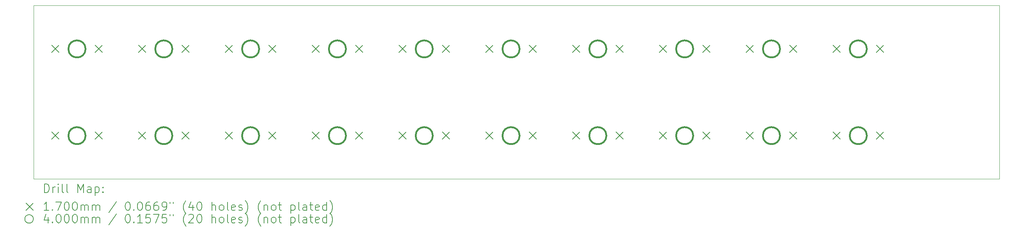
<source format=gbr>
%FSLAX45Y45*%
G04 Gerber Fmt 4.5, Leading zero omitted, Abs format (unit mm)*
G04 Created by KiCad (PCBNEW (6.0.5)) date 2022-05-21 19:41:09*
%MOMM*%
%LPD*%
G01*
G04 APERTURE LIST*
%TA.AperFunction,Profile*%
%ADD10C,0.100000*%
%TD*%
%ADD11C,0.200000*%
%ADD12C,0.170000*%
%ADD13C,0.400000*%
G04 APERTURE END LIST*
D10*
X2540000Y-3048000D02*
X25146000Y-3048000D01*
X2540000Y-7112000D02*
X2540000Y-3048000D01*
X25146000Y-7112000D02*
X2540000Y-7112000D01*
X25146000Y-3048000D02*
X25146000Y-7112000D01*
D11*
D12*
X2963000Y-3979000D02*
X3133000Y-4149000D01*
X3133000Y-3979000D02*
X2963000Y-4149000D01*
X2963000Y-6011000D02*
X3133000Y-6181000D01*
X3133000Y-6011000D02*
X2963000Y-6181000D01*
X3979000Y-3979000D02*
X4149000Y-4149000D01*
X4149000Y-3979000D02*
X3979000Y-4149000D01*
X3979000Y-6011000D02*
X4149000Y-6181000D01*
X4149000Y-6011000D02*
X3979000Y-6181000D01*
X4995000Y-3979000D02*
X5165000Y-4149000D01*
X5165000Y-3979000D02*
X4995000Y-4149000D01*
X4995000Y-6011000D02*
X5165000Y-6181000D01*
X5165000Y-6011000D02*
X4995000Y-6181000D01*
X6011000Y-3979000D02*
X6181000Y-4149000D01*
X6181000Y-3979000D02*
X6011000Y-4149000D01*
X6011000Y-6011000D02*
X6181000Y-6181000D01*
X6181000Y-6011000D02*
X6011000Y-6181000D01*
X7027000Y-3979000D02*
X7197000Y-4149000D01*
X7197000Y-3979000D02*
X7027000Y-4149000D01*
X7027000Y-6011000D02*
X7197000Y-6181000D01*
X7197000Y-6011000D02*
X7027000Y-6181000D01*
X8043000Y-3979000D02*
X8213000Y-4149000D01*
X8213000Y-3979000D02*
X8043000Y-4149000D01*
X8043000Y-6011000D02*
X8213000Y-6181000D01*
X8213000Y-6011000D02*
X8043000Y-6181000D01*
X9059000Y-3979000D02*
X9229000Y-4149000D01*
X9229000Y-3979000D02*
X9059000Y-4149000D01*
X9059000Y-6011000D02*
X9229000Y-6181000D01*
X9229000Y-6011000D02*
X9059000Y-6181000D01*
X10075000Y-3979000D02*
X10245000Y-4149000D01*
X10245000Y-3979000D02*
X10075000Y-4149000D01*
X10075000Y-6011000D02*
X10245000Y-6181000D01*
X10245000Y-6011000D02*
X10075000Y-6181000D01*
X11091000Y-3979000D02*
X11261000Y-4149000D01*
X11261000Y-3979000D02*
X11091000Y-4149000D01*
X11091000Y-6011000D02*
X11261000Y-6181000D01*
X11261000Y-6011000D02*
X11091000Y-6181000D01*
X12107000Y-3979000D02*
X12277000Y-4149000D01*
X12277000Y-3979000D02*
X12107000Y-4149000D01*
X12107000Y-6011000D02*
X12277000Y-6181000D01*
X12277000Y-6011000D02*
X12107000Y-6181000D01*
X13123000Y-3979000D02*
X13293000Y-4149000D01*
X13293000Y-3979000D02*
X13123000Y-4149000D01*
X13123000Y-6011000D02*
X13293000Y-6181000D01*
X13293000Y-6011000D02*
X13123000Y-6181000D01*
X14139000Y-3979000D02*
X14309000Y-4149000D01*
X14309000Y-3979000D02*
X14139000Y-4149000D01*
X14139000Y-6011000D02*
X14309000Y-6181000D01*
X14309000Y-6011000D02*
X14139000Y-6181000D01*
X15155000Y-3979000D02*
X15325000Y-4149000D01*
X15325000Y-3979000D02*
X15155000Y-4149000D01*
X15155000Y-6011000D02*
X15325000Y-6181000D01*
X15325000Y-6011000D02*
X15155000Y-6181000D01*
X16171000Y-3979000D02*
X16341000Y-4149000D01*
X16341000Y-3979000D02*
X16171000Y-4149000D01*
X16171000Y-6011000D02*
X16341000Y-6181000D01*
X16341000Y-6011000D02*
X16171000Y-6181000D01*
X17187000Y-3979000D02*
X17357000Y-4149000D01*
X17357000Y-3979000D02*
X17187000Y-4149000D01*
X17187000Y-6011000D02*
X17357000Y-6181000D01*
X17357000Y-6011000D02*
X17187000Y-6181000D01*
X18203000Y-3979000D02*
X18373000Y-4149000D01*
X18373000Y-3979000D02*
X18203000Y-4149000D01*
X18203000Y-6011000D02*
X18373000Y-6181000D01*
X18373000Y-6011000D02*
X18203000Y-6181000D01*
X19219000Y-3979000D02*
X19389000Y-4149000D01*
X19389000Y-3979000D02*
X19219000Y-4149000D01*
X19219000Y-6011000D02*
X19389000Y-6181000D01*
X19389000Y-6011000D02*
X19219000Y-6181000D01*
X20235000Y-3979000D02*
X20405000Y-4149000D01*
X20405000Y-3979000D02*
X20235000Y-4149000D01*
X20235000Y-6011000D02*
X20405000Y-6181000D01*
X20405000Y-6011000D02*
X20235000Y-6181000D01*
X21251000Y-3979000D02*
X21421000Y-4149000D01*
X21421000Y-3979000D02*
X21251000Y-4149000D01*
X21251000Y-6011000D02*
X21421000Y-6181000D01*
X21421000Y-6011000D02*
X21251000Y-6181000D01*
X22267000Y-3979000D02*
X22437000Y-4149000D01*
X22437000Y-3979000D02*
X22267000Y-4149000D01*
X22267000Y-6011000D02*
X22437000Y-6181000D01*
X22437000Y-6011000D02*
X22267000Y-6181000D01*
D13*
X3756000Y-4064000D02*
G75*
G03*
X3756000Y-4064000I-200000J0D01*
G01*
X3756000Y-6096000D02*
G75*
G03*
X3756000Y-6096000I-200000J0D01*
G01*
X5788000Y-4064000D02*
G75*
G03*
X5788000Y-4064000I-200000J0D01*
G01*
X5788000Y-6096000D02*
G75*
G03*
X5788000Y-6096000I-200000J0D01*
G01*
X7820000Y-4064000D02*
G75*
G03*
X7820000Y-4064000I-200000J0D01*
G01*
X7820000Y-6096000D02*
G75*
G03*
X7820000Y-6096000I-200000J0D01*
G01*
X9852000Y-4064000D02*
G75*
G03*
X9852000Y-4064000I-200000J0D01*
G01*
X9852000Y-6096000D02*
G75*
G03*
X9852000Y-6096000I-200000J0D01*
G01*
X11884000Y-4064000D02*
G75*
G03*
X11884000Y-4064000I-200000J0D01*
G01*
X11884000Y-6096000D02*
G75*
G03*
X11884000Y-6096000I-200000J0D01*
G01*
X13916000Y-4064000D02*
G75*
G03*
X13916000Y-4064000I-200000J0D01*
G01*
X13916000Y-6096000D02*
G75*
G03*
X13916000Y-6096000I-200000J0D01*
G01*
X15948000Y-4064000D02*
G75*
G03*
X15948000Y-4064000I-200000J0D01*
G01*
X15948000Y-6096000D02*
G75*
G03*
X15948000Y-6096000I-200000J0D01*
G01*
X17980000Y-4064000D02*
G75*
G03*
X17980000Y-4064000I-200000J0D01*
G01*
X17980000Y-6096000D02*
G75*
G03*
X17980000Y-6096000I-200000J0D01*
G01*
X20012000Y-4064000D02*
G75*
G03*
X20012000Y-4064000I-200000J0D01*
G01*
X20012000Y-6096000D02*
G75*
G03*
X20012000Y-6096000I-200000J0D01*
G01*
X22044000Y-4064000D02*
G75*
G03*
X22044000Y-4064000I-200000J0D01*
G01*
X22044000Y-6096000D02*
G75*
G03*
X22044000Y-6096000I-200000J0D01*
G01*
D11*
X2792619Y-7427476D02*
X2792619Y-7227476D01*
X2840238Y-7227476D01*
X2868809Y-7237000D01*
X2887857Y-7256048D01*
X2897381Y-7275095D01*
X2906905Y-7313190D01*
X2906905Y-7341762D01*
X2897381Y-7379857D01*
X2887857Y-7398905D01*
X2868809Y-7417952D01*
X2840238Y-7427476D01*
X2792619Y-7427476D01*
X2992619Y-7427476D02*
X2992619Y-7294143D01*
X2992619Y-7332238D02*
X3002143Y-7313190D01*
X3011667Y-7303667D01*
X3030714Y-7294143D01*
X3049762Y-7294143D01*
X3116428Y-7427476D02*
X3116428Y-7294143D01*
X3116428Y-7227476D02*
X3106905Y-7237000D01*
X3116428Y-7246524D01*
X3125952Y-7237000D01*
X3116428Y-7227476D01*
X3116428Y-7246524D01*
X3240238Y-7427476D02*
X3221190Y-7417952D01*
X3211667Y-7398905D01*
X3211667Y-7227476D01*
X3345000Y-7427476D02*
X3325952Y-7417952D01*
X3316428Y-7398905D01*
X3316428Y-7227476D01*
X3573571Y-7427476D02*
X3573571Y-7227476D01*
X3640238Y-7370333D01*
X3706905Y-7227476D01*
X3706905Y-7427476D01*
X3887857Y-7427476D02*
X3887857Y-7322714D01*
X3878333Y-7303667D01*
X3859286Y-7294143D01*
X3821190Y-7294143D01*
X3802143Y-7303667D01*
X3887857Y-7417952D02*
X3868809Y-7427476D01*
X3821190Y-7427476D01*
X3802143Y-7417952D01*
X3792619Y-7398905D01*
X3792619Y-7379857D01*
X3802143Y-7360809D01*
X3821190Y-7351286D01*
X3868809Y-7351286D01*
X3887857Y-7341762D01*
X3983095Y-7294143D02*
X3983095Y-7494143D01*
X3983095Y-7303667D02*
X4002143Y-7294143D01*
X4040238Y-7294143D01*
X4059286Y-7303667D01*
X4068809Y-7313190D01*
X4078333Y-7332238D01*
X4078333Y-7389381D01*
X4068809Y-7408428D01*
X4059286Y-7417952D01*
X4040238Y-7427476D01*
X4002143Y-7427476D01*
X3983095Y-7417952D01*
X4164048Y-7408428D02*
X4173571Y-7417952D01*
X4164048Y-7427476D01*
X4154524Y-7417952D01*
X4164048Y-7408428D01*
X4164048Y-7427476D01*
X4164048Y-7303667D02*
X4173571Y-7313190D01*
X4164048Y-7322714D01*
X4154524Y-7313190D01*
X4164048Y-7303667D01*
X4164048Y-7322714D01*
D12*
X2365000Y-7672000D02*
X2535000Y-7842000D01*
X2535000Y-7672000D02*
X2365000Y-7842000D01*
D11*
X2897381Y-7847476D02*
X2783095Y-7847476D01*
X2840238Y-7847476D02*
X2840238Y-7647476D01*
X2821190Y-7676048D01*
X2802143Y-7695095D01*
X2783095Y-7704619D01*
X2983095Y-7828428D02*
X2992619Y-7837952D01*
X2983095Y-7847476D01*
X2973571Y-7837952D01*
X2983095Y-7828428D01*
X2983095Y-7847476D01*
X3059286Y-7647476D02*
X3192619Y-7647476D01*
X3106905Y-7847476D01*
X3306905Y-7647476D02*
X3325952Y-7647476D01*
X3345000Y-7657000D01*
X3354524Y-7666524D01*
X3364048Y-7685571D01*
X3373571Y-7723667D01*
X3373571Y-7771286D01*
X3364048Y-7809381D01*
X3354524Y-7828428D01*
X3345000Y-7837952D01*
X3325952Y-7847476D01*
X3306905Y-7847476D01*
X3287857Y-7837952D01*
X3278333Y-7828428D01*
X3268809Y-7809381D01*
X3259286Y-7771286D01*
X3259286Y-7723667D01*
X3268809Y-7685571D01*
X3278333Y-7666524D01*
X3287857Y-7657000D01*
X3306905Y-7647476D01*
X3497381Y-7647476D02*
X3516428Y-7647476D01*
X3535476Y-7657000D01*
X3545000Y-7666524D01*
X3554524Y-7685571D01*
X3564048Y-7723667D01*
X3564048Y-7771286D01*
X3554524Y-7809381D01*
X3545000Y-7828428D01*
X3535476Y-7837952D01*
X3516428Y-7847476D01*
X3497381Y-7847476D01*
X3478333Y-7837952D01*
X3468809Y-7828428D01*
X3459286Y-7809381D01*
X3449762Y-7771286D01*
X3449762Y-7723667D01*
X3459286Y-7685571D01*
X3468809Y-7666524D01*
X3478333Y-7657000D01*
X3497381Y-7647476D01*
X3649762Y-7847476D02*
X3649762Y-7714143D01*
X3649762Y-7733190D02*
X3659286Y-7723667D01*
X3678333Y-7714143D01*
X3706905Y-7714143D01*
X3725952Y-7723667D01*
X3735476Y-7742714D01*
X3735476Y-7847476D01*
X3735476Y-7742714D02*
X3745000Y-7723667D01*
X3764048Y-7714143D01*
X3792619Y-7714143D01*
X3811667Y-7723667D01*
X3821190Y-7742714D01*
X3821190Y-7847476D01*
X3916428Y-7847476D02*
X3916428Y-7714143D01*
X3916428Y-7733190D02*
X3925952Y-7723667D01*
X3945000Y-7714143D01*
X3973571Y-7714143D01*
X3992619Y-7723667D01*
X4002143Y-7742714D01*
X4002143Y-7847476D01*
X4002143Y-7742714D02*
X4011667Y-7723667D01*
X4030714Y-7714143D01*
X4059286Y-7714143D01*
X4078333Y-7723667D01*
X4087857Y-7742714D01*
X4087857Y-7847476D01*
X4478333Y-7637952D02*
X4306905Y-7895095D01*
X4735476Y-7647476D02*
X4754524Y-7647476D01*
X4773571Y-7657000D01*
X4783095Y-7666524D01*
X4792619Y-7685571D01*
X4802143Y-7723667D01*
X4802143Y-7771286D01*
X4792619Y-7809381D01*
X4783095Y-7828428D01*
X4773571Y-7837952D01*
X4754524Y-7847476D01*
X4735476Y-7847476D01*
X4716429Y-7837952D01*
X4706905Y-7828428D01*
X4697381Y-7809381D01*
X4687857Y-7771286D01*
X4687857Y-7723667D01*
X4697381Y-7685571D01*
X4706905Y-7666524D01*
X4716429Y-7657000D01*
X4735476Y-7647476D01*
X4887857Y-7828428D02*
X4897381Y-7837952D01*
X4887857Y-7847476D01*
X4878333Y-7837952D01*
X4887857Y-7828428D01*
X4887857Y-7847476D01*
X5021190Y-7647476D02*
X5040238Y-7647476D01*
X5059286Y-7657000D01*
X5068810Y-7666524D01*
X5078333Y-7685571D01*
X5087857Y-7723667D01*
X5087857Y-7771286D01*
X5078333Y-7809381D01*
X5068810Y-7828428D01*
X5059286Y-7837952D01*
X5040238Y-7847476D01*
X5021190Y-7847476D01*
X5002143Y-7837952D01*
X4992619Y-7828428D01*
X4983095Y-7809381D01*
X4973571Y-7771286D01*
X4973571Y-7723667D01*
X4983095Y-7685571D01*
X4992619Y-7666524D01*
X5002143Y-7657000D01*
X5021190Y-7647476D01*
X5259286Y-7647476D02*
X5221190Y-7647476D01*
X5202143Y-7657000D01*
X5192619Y-7666524D01*
X5173571Y-7695095D01*
X5164048Y-7733190D01*
X5164048Y-7809381D01*
X5173571Y-7828428D01*
X5183095Y-7837952D01*
X5202143Y-7847476D01*
X5240238Y-7847476D01*
X5259286Y-7837952D01*
X5268810Y-7828428D01*
X5278333Y-7809381D01*
X5278333Y-7761762D01*
X5268810Y-7742714D01*
X5259286Y-7733190D01*
X5240238Y-7723667D01*
X5202143Y-7723667D01*
X5183095Y-7733190D01*
X5173571Y-7742714D01*
X5164048Y-7761762D01*
X5449762Y-7647476D02*
X5411667Y-7647476D01*
X5392619Y-7657000D01*
X5383095Y-7666524D01*
X5364048Y-7695095D01*
X5354524Y-7733190D01*
X5354524Y-7809381D01*
X5364048Y-7828428D01*
X5373571Y-7837952D01*
X5392619Y-7847476D01*
X5430714Y-7847476D01*
X5449762Y-7837952D01*
X5459286Y-7828428D01*
X5468810Y-7809381D01*
X5468810Y-7761762D01*
X5459286Y-7742714D01*
X5449762Y-7733190D01*
X5430714Y-7723667D01*
X5392619Y-7723667D01*
X5373571Y-7733190D01*
X5364048Y-7742714D01*
X5354524Y-7761762D01*
X5564048Y-7847476D02*
X5602143Y-7847476D01*
X5621190Y-7837952D01*
X5630714Y-7828428D01*
X5649762Y-7799857D01*
X5659286Y-7761762D01*
X5659286Y-7685571D01*
X5649762Y-7666524D01*
X5640238Y-7657000D01*
X5621190Y-7647476D01*
X5583095Y-7647476D01*
X5564048Y-7657000D01*
X5554524Y-7666524D01*
X5545000Y-7685571D01*
X5545000Y-7733190D01*
X5554524Y-7752238D01*
X5564048Y-7761762D01*
X5583095Y-7771286D01*
X5621190Y-7771286D01*
X5640238Y-7761762D01*
X5649762Y-7752238D01*
X5659286Y-7733190D01*
X5735476Y-7647476D02*
X5735476Y-7685571D01*
X5811667Y-7647476D02*
X5811667Y-7685571D01*
X6106905Y-7923667D02*
X6097381Y-7914143D01*
X6078333Y-7885571D01*
X6068809Y-7866524D01*
X6059286Y-7837952D01*
X6049762Y-7790333D01*
X6049762Y-7752238D01*
X6059286Y-7704619D01*
X6068809Y-7676048D01*
X6078333Y-7657000D01*
X6097381Y-7628428D01*
X6106905Y-7618905D01*
X6268809Y-7714143D02*
X6268809Y-7847476D01*
X6221190Y-7637952D02*
X6173571Y-7780809D01*
X6297381Y-7780809D01*
X6411667Y-7647476D02*
X6430714Y-7647476D01*
X6449762Y-7657000D01*
X6459286Y-7666524D01*
X6468809Y-7685571D01*
X6478333Y-7723667D01*
X6478333Y-7771286D01*
X6468809Y-7809381D01*
X6459286Y-7828428D01*
X6449762Y-7837952D01*
X6430714Y-7847476D01*
X6411667Y-7847476D01*
X6392619Y-7837952D01*
X6383095Y-7828428D01*
X6373571Y-7809381D01*
X6364048Y-7771286D01*
X6364048Y-7723667D01*
X6373571Y-7685571D01*
X6383095Y-7666524D01*
X6392619Y-7657000D01*
X6411667Y-7647476D01*
X6716428Y-7847476D02*
X6716428Y-7647476D01*
X6802143Y-7847476D02*
X6802143Y-7742714D01*
X6792619Y-7723667D01*
X6773571Y-7714143D01*
X6745000Y-7714143D01*
X6725952Y-7723667D01*
X6716428Y-7733190D01*
X6925952Y-7847476D02*
X6906905Y-7837952D01*
X6897381Y-7828428D01*
X6887857Y-7809381D01*
X6887857Y-7752238D01*
X6897381Y-7733190D01*
X6906905Y-7723667D01*
X6925952Y-7714143D01*
X6954524Y-7714143D01*
X6973571Y-7723667D01*
X6983095Y-7733190D01*
X6992619Y-7752238D01*
X6992619Y-7809381D01*
X6983095Y-7828428D01*
X6973571Y-7837952D01*
X6954524Y-7847476D01*
X6925952Y-7847476D01*
X7106905Y-7847476D02*
X7087857Y-7837952D01*
X7078333Y-7818905D01*
X7078333Y-7647476D01*
X7259286Y-7837952D02*
X7240238Y-7847476D01*
X7202143Y-7847476D01*
X7183095Y-7837952D01*
X7173571Y-7818905D01*
X7173571Y-7742714D01*
X7183095Y-7723667D01*
X7202143Y-7714143D01*
X7240238Y-7714143D01*
X7259286Y-7723667D01*
X7268809Y-7742714D01*
X7268809Y-7761762D01*
X7173571Y-7780809D01*
X7345000Y-7837952D02*
X7364048Y-7847476D01*
X7402143Y-7847476D01*
X7421190Y-7837952D01*
X7430714Y-7818905D01*
X7430714Y-7809381D01*
X7421190Y-7790333D01*
X7402143Y-7780809D01*
X7373571Y-7780809D01*
X7354524Y-7771286D01*
X7345000Y-7752238D01*
X7345000Y-7742714D01*
X7354524Y-7723667D01*
X7373571Y-7714143D01*
X7402143Y-7714143D01*
X7421190Y-7723667D01*
X7497381Y-7923667D02*
X7506905Y-7914143D01*
X7525952Y-7885571D01*
X7535476Y-7866524D01*
X7545000Y-7837952D01*
X7554524Y-7790333D01*
X7554524Y-7752238D01*
X7545000Y-7704619D01*
X7535476Y-7676048D01*
X7525952Y-7657000D01*
X7506905Y-7628428D01*
X7497381Y-7618905D01*
X7859286Y-7923667D02*
X7849762Y-7914143D01*
X7830714Y-7885571D01*
X7821190Y-7866524D01*
X7811667Y-7837952D01*
X7802143Y-7790333D01*
X7802143Y-7752238D01*
X7811667Y-7704619D01*
X7821190Y-7676048D01*
X7830714Y-7657000D01*
X7849762Y-7628428D01*
X7859286Y-7618905D01*
X7935476Y-7714143D02*
X7935476Y-7847476D01*
X7935476Y-7733190D02*
X7945000Y-7723667D01*
X7964048Y-7714143D01*
X7992619Y-7714143D01*
X8011667Y-7723667D01*
X8021190Y-7742714D01*
X8021190Y-7847476D01*
X8145000Y-7847476D02*
X8125952Y-7837952D01*
X8116428Y-7828428D01*
X8106905Y-7809381D01*
X8106905Y-7752238D01*
X8116428Y-7733190D01*
X8125952Y-7723667D01*
X8145000Y-7714143D01*
X8173571Y-7714143D01*
X8192619Y-7723667D01*
X8202143Y-7733190D01*
X8211667Y-7752238D01*
X8211667Y-7809381D01*
X8202143Y-7828428D01*
X8192619Y-7837952D01*
X8173571Y-7847476D01*
X8145000Y-7847476D01*
X8268809Y-7714143D02*
X8345000Y-7714143D01*
X8297381Y-7647476D02*
X8297381Y-7818905D01*
X8306905Y-7837952D01*
X8325952Y-7847476D01*
X8345000Y-7847476D01*
X8564048Y-7714143D02*
X8564048Y-7914143D01*
X8564048Y-7723667D02*
X8583095Y-7714143D01*
X8621190Y-7714143D01*
X8640238Y-7723667D01*
X8649762Y-7733190D01*
X8659286Y-7752238D01*
X8659286Y-7809381D01*
X8649762Y-7828428D01*
X8640238Y-7837952D01*
X8621190Y-7847476D01*
X8583095Y-7847476D01*
X8564048Y-7837952D01*
X8773571Y-7847476D02*
X8754524Y-7837952D01*
X8745000Y-7818905D01*
X8745000Y-7647476D01*
X8935476Y-7847476D02*
X8935476Y-7742714D01*
X8925952Y-7723667D01*
X8906905Y-7714143D01*
X8868810Y-7714143D01*
X8849762Y-7723667D01*
X8935476Y-7837952D02*
X8916429Y-7847476D01*
X8868810Y-7847476D01*
X8849762Y-7837952D01*
X8840238Y-7818905D01*
X8840238Y-7799857D01*
X8849762Y-7780809D01*
X8868810Y-7771286D01*
X8916429Y-7771286D01*
X8935476Y-7761762D01*
X9002143Y-7714143D02*
X9078333Y-7714143D01*
X9030714Y-7647476D02*
X9030714Y-7818905D01*
X9040238Y-7837952D01*
X9059286Y-7847476D01*
X9078333Y-7847476D01*
X9221190Y-7837952D02*
X9202143Y-7847476D01*
X9164048Y-7847476D01*
X9145000Y-7837952D01*
X9135476Y-7818905D01*
X9135476Y-7742714D01*
X9145000Y-7723667D01*
X9164048Y-7714143D01*
X9202143Y-7714143D01*
X9221190Y-7723667D01*
X9230714Y-7742714D01*
X9230714Y-7761762D01*
X9135476Y-7780809D01*
X9402143Y-7847476D02*
X9402143Y-7647476D01*
X9402143Y-7837952D02*
X9383095Y-7847476D01*
X9345000Y-7847476D01*
X9325952Y-7837952D01*
X9316429Y-7828428D01*
X9306905Y-7809381D01*
X9306905Y-7752238D01*
X9316429Y-7733190D01*
X9325952Y-7723667D01*
X9345000Y-7714143D01*
X9383095Y-7714143D01*
X9402143Y-7723667D01*
X9478333Y-7923667D02*
X9487857Y-7914143D01*
X9506905Y-7885571D01*
X9516429Y-7866524D01*
X9525952Y-7837952D01*
X9535476Y-7790333D01*
X9535476Y-7752238D01*
X9525952Y-7704619D01*
X9516429Y-7676048D01*
X9506905Y-7657000D01*
X9487857Y-7628428D01*
X9478333Y-7618905D01*
X2535000Y-8047000D02*
G75*
G03*
X2535000Y-8047000I-100000J0D01*
G01*
X2878333Y-8004143D02*
X2878333Y-8137476D01*
X2830714Y-7927952D02*
X2783095Y-8070809D01*
X2906905Y-8070809D01*
X2983095Y-8118428D02*
X2992619Y-8127952D01*
X2983095Y-8137476D01*
X2973571Y-8127952D01*
X2983095Y-8118428D01*
X2983095Y-8137476D01*
X3116428Y-7937476D02*
X3135476Y-7937476D01*
X3154524Y-7947000D01*
X3164048Y-7956524D01*
X3173571Y-7975571D01*
X3183095Y-8013667D01*
X3183095Y-8061286D01*
X3173571Y-8099381D01*
X3164048Y-8118428D01*
X3154524Y-8127952D01*
X3135476Y-8137476D01*
X3116428Y-8137476D01*
X3097381Y-8127952D01*
X3087857Y-8118428D01*
X3078333Y-8099381D01*
X3068809Y-8061286D01*
X3068809Y-8013667D01*
X3078333Y-7975571D01*
X3087857Y-7956524D01*
X3097381Y-7947000D01*
X3116428Y-7937476D01*
X3306905Y-7937476D02*
X3325952Y-7937476D01*
X3345000Y-7947000D01*
X3354524Y-7956524D01*
X3364048Y-7975571D01*
X3373571Y-8013667D01*
X3373571Y-8061286D01*
X3364048Y-8099381D01*
X3354524Y-8118428D01*
X3345000Y-8127952D01*
X3325952Y-8137476D01*
X3306905Y-8137476D01*
X3287857Y-8127952D01*
X3278333Y-8118428D01*
X3268809Y-8099381D01*
X3259286Y-8061286D01*
X3259286Y-8013667D01*
X3268809Y-7975571D01*
X3278333Y-7956524D01*
X3287857Y-7947000D01*
X3306905Y-7937476D01*
X3497381Y-7937476D02*
X3516428Y-7937476D01*
X3535476Y-7947000D01*
X3545000Y-7956524D01*
X3554524Y-7975571D01*
X3564048Y-8013667D01*
X3564048Y-8061286D01*
X3554524Y-8099381D01*
X3545000Y-8118428D01*
X3535476Y-8127952D01*
X3516428Y-8137476D01*
X3497381Y-8137476D01*
X3478333Y-8127952D01*
X3468809Y-8118428D01*
X3459286Y-8099381D01*
X3449762Y-8061286D01*
X3449762Y-8013667D01*
X3459286Y-7975571D01*
X3468809Y-7956524D01*
X3478333Y-7947000D01*
X3497381Y-7937476D01*
X3649762Y-8137476D02*
X3649762Y-8004143D01*
X3649762Y-8023190D02*
X3659286Y-8013667D01*
X3678333Y-8004143D01*
X3706905Y-8004143D01*
X3725952Y-8013667D01*
X3735476Y-8032714D01*
X3735476Y-8137476D01*
X3735476Y-8032714D02*
X3745000Y-8013667D01*
X3764048Y-8004143D01*
X3792619Y-8004143D01*
X3811667Y-8013667D01*
X3821190Y-8032714D01*
X3821190Y-8137476D01*
X3916428Y-8137476D02*
X3916428Y-8004143D01*
X3916428Y-8023190D02*
X3925952Y-8013667D01*
X3945000Y-8004143D01*
X3973571Y-8004143D01*
X3992619Y-8013667D01*
X4002143Y-8032714D01*
X4002143Y-8137476D01*
X4002143Y-8032714D02*
X4011667Y-8013667D01*
X4030714Y-8004143D01*
X4059286Y-8004143D01*
X4078333Y-8013667D01*
X4087857Y-8032714D01*
X4087857Y-8137476D01*
X4478333Y-7927952D02*
X4306905Y-8185095D01*
X4735476Y-7937476D02*
X4754524Y-7937476D01*
X4773571Y-7947000D01*
X4783095Y-7956524D01*
X4792619Y-7975571D01*
X4802143Y-8013667D01*
X4802143Y-8061286D01*
X4792619Y-8099381D01*
X4783095Y-8118428D01*
X4773571Y-8127952D01*
X4754524Y-8137476D01*
X4735476Y-8137476D01*
X4716429Y-8127952D01*
X4706905Y-8118428D01*
X4697381Y-8099381D01*
X4687857Y-8061286D01*
X4687857Y-8013667D01*
X4697381Y-7975571D01*
X4706905Y-7956524D01*
X4716429Y-7947000D01*
X4735476Y-7937476D01*
X4887857Y-8118428D02*
X4897381Y-8127952D01*
X4887857Y-8137476D01*
X4878333Y-8127952D01*
X4887857Y-8118428D01*
X4887857Y-8137476D01*
X5087857Y-8137476D02*
X4973571Y-8137476D01*
X5030714Y-8137476D02*
X5030714Y-7937476D01*
X5011667Y-7966048D01*
X4992619Y-7985095D01*
X4973571Y-7994619D01*
X5268810Y-7937476D02*
X5173571Y-7937476D01*
X5164048Y-8032714D01*
X5173571Y-8023190D01*
X5192619Y-8013667D01*
X5240238Y-8013667D01*
X5259286Y-8023190D01*
X5268810Y-8032714D01*
X5278333Y-8051762D01*
X5278333Y-8099381D01*
X5268810Y-8118428D01*
X5259286Y-8127952D01*
X5240238Y-8137476D01*
X5192619Y-8137476D01*
X5173571Y-8127952D01*
X5164048Y-8118428D01*
X5345000Y-7937476D02*
X5478333Y-7937476D01*
X5392619Y-8137476D01*
X5649762Y-7937476D02*
X5554524Y-7937476D01*
X5545000Y-8032714D01*
X5554524Y-8023190D01*
X5573571Y-8013667D01*
X5621190Y-8013667D01*
X5640238Y-8023190D01*
X5649762Y-8032714D01*
X5659286Y-8051762D01*
X5659286Y-8099381D01*
X5649762Y-8118428D01*
X5640238Y-8127952D01*
X5621190Y-8137476D01*
X5573571Y-8137476D01*
X5554524Y-8127952D01*
X5545000Y-8118428D01*
X5735476Y-7937476D02*
X5735476Y-7975571D01*
X5811667Y-7937476D02*
X5811667Y-7975571D01*
X6106905Y-8213667D02*
X6097381Y-8204143D01*
X6078333Y-8175571D01*
X6068809Y-8156524D01*
X6059286Y-8127952D01*
X6049762Y-8080333D01*
X6049762Y-8042238D01*
X6059286Y-7994619D01*
X6068809Y-7966048D01*
X6078333Y-7947000D01*
X6097381Y-7918428D01*
X6106905Y-7908905D01*
X6173571Y-7956524D02*
X6183095Y-7947000D01*
X6202143Y-7937476D01*
X6249762Y-7937476D01*
X6268809Y-7947000D01*
X6278333Y-7956524D01*
X6287857Y-7975571D01*
X6287857Y-7994619D01*
X6278333Y-8023190D01*
X6164048Y-8137476D01*
X6287857Y-8137476D01*
X6411667Y-7937476D02*
X6430714Y-7937476D01*
X6449762Y-7947000D01*
X6459286Y-7956524D01*
X6468809Y-7975571D01*
X6478333Y-8013667D01*
X6478333Y-8061286D01*
X6468809Y-8099381D01*
X6459286Y-8118428D01*
X6449762Y-8127952D01*
X6430714Y-8137476D01*
X6411667Y-8137476D01*
X6392619Y-8127952D01*
X6383095Y-8118428D01*
X6373571Y-8099381D01*
X6364048Y-8061286D01*
X6364048Y-8013667D01*
X6373571Y-7975571D01*
X6383095Y-7956524D01*
X6392619Y-7947000D01*
X6411667Y-7937476D01*
X6716428Y-8137476D02*
X6716428Y-7937476D01*
X6802143Y-8137476D02*
X6802143Y-8032714D01*
X6792619Y-8013667D01*
X6773571Y-8004143D01*
X6745000Y-8004143D01*
X6725952Y-8013667D01*
X6716428Y-8023190D01*
X6925952Y-8137476D02*
X6906905Y-8127952D01*
X6897381Y-8118428D01*
X6887857Y-8099381D01*
X6887857Y-8042238D01*
X6897381Y-8023190D01*
X6906905Y-8013667D01*
X6925952Y-8004143D01*
X6954524Y-8004143D01*
X6973571Y-8013667D01*
X6983095Y-8023190D01*
X6992619Y-8042238D01*
X6992619Y-8099381D01*
X6983095Y-8118428D01*
X6973571Y-8127952D01*
X6954524Y-8137476D01*
X6925952Y-8137476D01*
X7106905Y-8137476D02*
X7087857Y-8127952D01*
X7078333Y-8108905D01*
X7078333Y-7937476D01*
X7259286Y-8127952D02*
X7240238Y-8137476D01*
X7202143Y-8137476D01*
X7183095Y-8127952D01*
X7173571Y-8108905D01*
X7173571Y-8032714D01*
X7183095Y-8013667D01*
X7202143Y-8004143D01*
X7240238Y-8004143D01*
X7259286Y-8013667D01*
X7268809Y-8032714D01*
X7268809Y-8051762D01*
X7173571Y-8070809D01*
X7345000Y-8127952D02*
X7364048Y-8137476D01*
X7402143Y-8137476D01*
X7421190Y-8127952D01*
X7430714Y-8108905D01*
X7430714Y-8099381D01*
X7421190Y-8080333D01*
X7402143Y-8070809D01*
X7373571Y-8070809D01*
X7354524Y-8061286D01*
X7345000Y-8042238D01*
X7345000Y-8032714D01*
X7354524Y-8013667D01*
X7373571Y-8004143D01*
X7402143Y-8004143D01*
X7421190Y-8013667D01*
X7497381Y-8213667D02*
X7506905Y-8204143D01*
X7525952Y-8175571D01*
X7535476Y-8156524D01*
X7545000Y-8127952D01*
X7554524Y-8080333D01*
X7554524Y-8042238D01*
X7545000Y-7994619D01*
X7535476Y-7966048D01*
X7525952Y-7947000D01*
X7506905Y-7918428D01*
X7497381Y-7908905D01*
X7859286Y-8213667D02*
X7849762Y-8204143D01*
X7830714Y-8175571D01*
X7821190Y-8156524D01*
X7811667Y-8127952D01*
X7802143Y-8080333D01*
X7802143Y-8042238D01*
X7811667Y-7994619D01*
X7821190Y-7966048D01*
X7830714Y-7947000D01*
X7849762Y-7918428D01*
X7859286Y-7908905D01*
X7935476Y-8004143D02*
X7935476Y-8137476D01*
X7935476Y-8023190D02*
X7945000Y-8013667D01*
X7964048Y-8004143D01*
X7992619Y-8004143D01*
X8011667Y-8013667D01*
X8021190Y-8032714D01*
X8021190Y-8137476D01*
X8145000Y-8137476D02*
X8125952Y-8127952D01*
X8116428Y-8118428D01*
X8106905Y-8099381D01*
X8106905Y-8042238D01*
X8116428Y-8023190D01*
X8125952Y-8013667D01*
X8145000Y-8004143D01*
X8173571Y-8004143D01*
X8192619Y-8013667D01*
X8202143Y-8023190D01*
X8211667Y-8042238D01*
X8211667Y-8099381D01*
X8202143Y-8118428D01*
X8192619Y-8127952D01*
X8173571Y-8137476D01*
X8145000Y-8137476D01*
X8268809Y-8004143D02*
X8345000Y-8004143D01*
X8297381Y-7937476D02*
X8297381Y-8108905D01*
X8306905Y-8127952D01*
X8325952Y-8137476D01*
X8345000Y-8137476D01*
X8564048Y-8004143D02*
X8564048Y-8204143D01*
X8564048Y-8013667D02*
X8583095Y-8004143D01*
X8621190Y-8004143D01*
X8640238Y-8013667D01*
X8649762Y-8023190D01*
X8659286Y-8042238D01*
X8659286Y-8099381D01*
X8649762Y-8118428D01*
X8640238Y-8127952D01*
X8621190Y-8137476D01*
X8583095Y-8137476D01*
X8564048Y-8127952D01*
X8773571Y-8137476D02*
X8754524Y-8127952D01*
X8745000Y-8108905D01*
X8745000Y-7937476D01*
X8935476Y-8137476D02*
X8935476Y-8032714D01*
X8925952Y-8013667D01*
X8906905Y-8004143D01*
X8868810Y-8004143D01*
X8849762Y-8013667D01*
X8935476Y-8127952D02*
X8916429Y-8137476D01*
X8868810Y-8137476D01*
X8849762Y-8127952D01*
X8840238Y-8108905D01*
X8840238Y-8089857D01*
X8849762Y-8070809D01*
X8868810Y-8061286D01*
X8916429Y-8061286D01*
X8935476Y-8051762D01*
X9002143Y-8004143D02*
X9078333Y-8004143D01*
X9030714Y-7937476D02*
X9030714Y-8108905D01*
X9040238Y-8127952D01*
X9059286Y-8137476D01*
X9078333Y-8137476D01*
X9221190Y-8127952D02*
X9202143Y-8137476D01*
X9164048Y-8137476D01*
X9145000Y-8127952D01*
X9135476Y-8108905D01*
X9135476Y-8032714D01*
X9145000Y-8013667D01*
X9164048Y-8004143D01*
X9202143Y-8004143D01*
X9221190Y-8013667D01*
X9230714Y-8032714D01*
X9230714Y-8051762D01*
X9135476Y-8070809D01*
X9402143Y-8137476D02*
X9402143Y-7937476D01*
X9402143Y-8127952D02*
X9383095Y-8137476D01*
X9345000Y-8137476D01*
X9325952Y-8127952D01*
X9316429Y-8118428D01*
X9306905Y-8099381D01*
X9306905Y-8042238D01*
X9316429Y-8023190D01*
X9325952Y-8013667D01*
X9345000Y-8004143D01*
X9383095Y-8004143D01*
X9402143Y-8013667D01*
X9478333Y-8213667D02*
X9487857Y-8204143D01*
X9506905Y-8175571D01*
X9516429Y-8156524D01*
X9525952Y-8127952D01*
X9535476Y-8080333D01*
X9535476Y-8042238D01*
X9525952Y-7994619D01*
X9516429Y-7966048D01*
X9506905Y-7947000D01*
X9487857Y-7918428D01*
X9478333Y-7908905D01*
M02*

</source>
